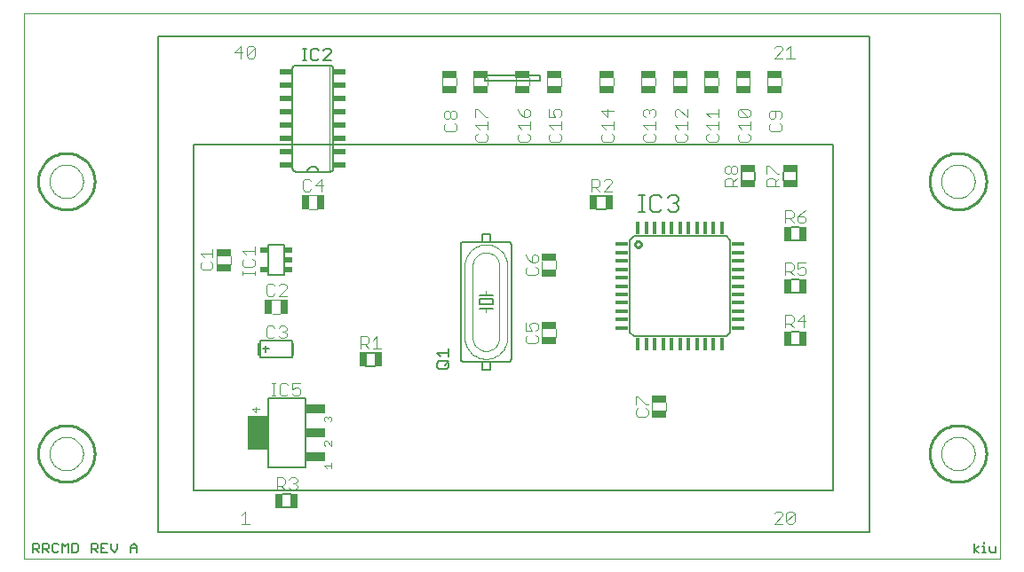
<source format=gto>
G75*
G70*
%OFA0B0*%
%FSLAX24Y24*%
%IPPOS*%
%LPD*%
%AMOC8*
5,1,8,0,0,1.08239X$1,22.5*
%
%ADD10C,0.0000*%
%ADD11C,0.0060*%
%ADD12C,0.0100*%
%ADD13R,0.0256X0.0551*%
%ADD14C,0.0040*%
%ADD15R,0.0571X0.0295*%
%ADD16R,0.0256X0.0197*%
%ADD17R,0.0295X0.0571*%
%ADD18C,0.0050*%
%ADD19C,0.0020*%
%ADD20R,0.0450X0.0200*%
%ADD21C,0.0080*%
%ADD22R,0.0730X0.1260*%
%ADD23R,0.0730X0.0340*%
%ADD24R,0.0453X0.0157*%
%ADD25R,0.0453X0.0157*%
%ADD26R,0.0453X0.0158*%
%ADD27R,0.0157X0.0453*%
%ADD28R,0.0157X0.0453*%
%ADD29R,0.0158X0.0453*%
%ADD30R,0.0551X0.0256*%
D10*
X000377Y000377D02*
X036991Y000377D01*
X036991Y020849D01*
X000377Y020849D01*
X000377Y000377D01*
X001322Y004314D02*
X001324Y004364D01*
X001330Y004414D01*
X001340Y004463D01*
X001354Y004511D01*
X001371Y004558D01*
X001392Y004603D01*
X001417Y004647D01*
X001445Y004688D01*
X001477Y004727D01*
X001511Y004764D01*
X001548Y004798D01*
X001588Y004828D01*
X001630Y004855D01*
X001674Y004879D01*
X001720Y004900D01*
X001767Y004916D01*
X001815Y004929D01*
X001865Y004938D01*
X001914Y004943D01*
X001965Y004944D01*
X002015Y004941D01*
X002064Y004934D01*
X002113Y004923D01*
X002161Y004908D01*
X002207Y004890D01*
X002252Y004868D01*
X002295Y004842D01*
X002336Y004813D01*
X002375Y004781D01*
X002411Y004746D01*
X002443Y004708D01*
X002473Y004668D01*
X002500Y004625D01*
X002523Y004581D01*
X002542Y004535D01*
X002558Y004487D01*
X002570Y004438D01*
X002578Y004389D01*
X002582Y004339D01*
X002582Y004289D01*
X002578Y004239D01*
X002570Y004190D01*
X002558Y004141D01*
X002542Y004093D01*
X002523Y004047D01*
X002500Y004003D01*
X002473Y003960D01*
X002443Y003920D01*
X002411Y003882D01*
X002375Y003847D01*
X002336Y003815D01*
X002295Y003786D01*
X002252Y003760D01*
X002207Y003738D01*
X002161Y003720D01*
X002113Y003705D01*
X002064Y003694D01*
X002015Y003687D01*
X001965Y003684D01*
X001914Y003685D01*
X001865Y003690D01*
X001815Y003699D01*
X001767Y003712D01*
X001720Y003728D01*
X001674Y003749D01*
X001630Y003773D01*
X001588Y003800D01*
X001548Y003830D01*
X001511Y003864D01*
X001477Y003901D01*
X001445Y003940D01*
X001417Y003981D01*
X001392Y004025D01*
X001371Y004070D01*
X001354Y004117D01*
X001340Y004165D01*
X001330Y004214D01*
X001324Y004264D01*
X001322Y004314D01*
X001322Y014550D02*
X001324Y014600D01*
X001330Y014650D01*
X001340Y014699D01*
X001354Y014747D01*
X001371Y014794D01*
X001392Y014839D01*
X001417Y014883D01*
X001445Y014924D01*
X001477Y014963D01*
X001511Y015000D01*
X001548Y015034D01*
X001588Y015064D01*
X001630Y015091D01*
X001674Y015115D01*
X001720Y015136D01*
X001767Y015152D01*
X001815Y015165D01*
X001865Y015174D01*
X001914Y015179D01*
X001965Y015180D01*
X002015Y015177D01*
X002064Y015170D01*
X002113Y015159D01*
X002161Y015144D01*
X002207Y015126D01*
X002252Y015104D01*
X002295Y015078D01*
X002336Y015049D01*
X002375Y015017D01*
X002411Y014982D01*
X002443Y014944D01*
X002473Y014904D01*
X002500Y014861D01*
X002523Y014817D01*
X002542Y014771D01*
X002558Y014723D01*
X002570Y014674D01*
X002578Y014625D01*
X002582Y014575D01*
X002582Y014525D01*
X002578Y014475D01*
X002570Y014426D01*
X002558Y014377D01*
X002542Y014329D01*
X002523Y014283D01*
X002500Y014239D01*
X002473Y014196D01*
X002443Y014156D01*
X002411Y014118D01*
X002375Y014083D01*
X002336Y014051D01*
X002295Y014022D01*
X002252Y013996D01*
X002207Y013974D01*
X002161Y013956D01*
X002113Y013941D01*
X002064Y013930D01*
X002015Y013923D01*
X001965Y013920D01*
X001914Y013921D01*
X001865Y013926D01*
X001815Y013935D01*
X001767Y013948D01*
X001720Y013964D01*
X001674Y013985D01*
X001630Y014009D01*
X001588Y014036D01*
X001548Y014066D01*
X001511Y014100D01*
X001477Y014137D01*
X001445Y014176D01*
X001417Y014217D01*
X001392Y014261D01*
X001371Y014306D01*
X001354Y014353D01*
X001340Y014401D01*
X001330Y014450D01*
X001324Y014500D01*
X001322Y014550D01*
X034786Y014550D02*
X034788Y014600D01*
X034794Y014650D01*
X034804Y014699D01*
X034818Y014747D01*
X034835Y014794D01*
X034856Y014839D01*
X034881Y014883D01*
X034909Y014924D01*
X034941Y014963D01*
X034975Y015000D01*
X035012Y015034D01*
X035052Y015064D01*
X035094Y015091D01*
X035138Y015115D01*
X035184Y015136D01*
X035231Y015152D01*
X035279Y015165D01*
X035329Y015174D01*
X035378Y015179D01*
X035429Y015180D01*
X035479Y015177D01*
X035528Y015170D01*
X035577Y015159D01*
X035625Y015144D01*
X035671Y015126D01*
X035716Y015104D01*
X035759Y015078D01*
X035800Y015049D01*
X035839Y015017D01*
X035875Y014982D01*
X035907Y014944D01*
X035937Y014904D01*
X035964Y014861D01*
X035987Y014817D01*
X036006Y014771D01*
X036022Y014723D01*
X036034Y014674D01*
X036042Y014625D01*
X036046Y014575D01*
X036046Y014525D01*
X036042Y014475D01*
X036034Y014426D01*
X036022Y014377D01*
X036006Y014329D01*
X035987Y014283D01*
X035964Y014239D01*
X035937Y014196D01*
X035907Y014156D01*
X035875Y014118D01*
X035839Y014083D01*
X035800Y014051D01*
X035759Y014022D01*
X035716Y013996D01*
X035671Y013974D01*
X035625Y013956D01*
X035577Y013941D01*
X035528Y013930D01*
X035479Y013923D01*
X035429Y013920D01*
X035378Y013921D01*
X035329Y013926D01*
X035279Y013935D01*
X035231Y013948D01*
X035184Y013964D01*
X035138Y013985D01*
X035094Y014009D01*
X035052Y014036D01*
X035012Y014066D01*
X034975Y014100D01*
X034941Y014137D01*
X034909Y014176D01*
X034881Y014217D01*
X034856Y014261D01*
X034835Y014306D01*
X034818Y014353D01*
X034804Y014401D01*
X034794Y014450D01*
X034788Y014500D01*
X034786Y014550D01*
X034786Y004314D02*
X034788Y004364D01*
X034794Y004414D01*
X034804Y004463D01*
X034818Y004511D01*
X034835Y004558D01*
X034856Y004603D01*
X034881Y004647D01*
X034909Y004688D01*
X034941Y004727D01*
X034975Y004764D01*
X035012Y004798D01*
X035052Y004828D01*
X035094Y004855D01*
X035138Y004879D01*
X035184Y004900D01*
X035231Y004916D01*
X035279Y004929D01*
X035329Y004938D01*
X035378Y004943D01*
X035429Y004944D01*
X035479Y004941D01*
X035528Y004934D01*
X035577Y004923D01*
X035625Y004908D01*
X035671Y004890D01*
X035716Y004868D01*
X035759Y004842D01*
X035800Y004813D01*
X035839Y004781D01*
X035875Y004746D01*
X035907Y004708D01*
X035937Y004668D01*
X035964Y004625D01*
X035987Y004581D01*
X036006Y004535D01*
X036022Y004487D01*
X036034Y004438D01*
X036042Y004389D01*
X036046Y004339D01*
X036046Y004289D01*
X036042Y004239D01*
X036034Y004190D01*
X036022Y004141D01*
X036006Y004093D01*
X035987Y004047D01*
X035964Y004003D01*
X035937Y003960D01*
X035907Y003920D01*
X035875Y003882D01*
X035839Y003847D01*
X035800Y003815D01*
X035759Y003786D01*
X035716Y003760D01*
X035671Y003738D01*
X035625Y003720D01*
X035577Y003705D01*
X035528Y003694D01*
X035479Y003687D01*
X035429Y003684D01*
X035378Y003685D01*
X035329Y003690D01*
X035279Y003699D01*
X035231Y003712D01*
X035184Y003728D01*
X035138Y003749D01*
X035094Y003773D01*
X035052Y003800D01*
X035012Y003830D01*
X034975Y003864D01*
X034941Y003901D01*
X034909Y003940D01*
X034881Y003981D01*
X034856Y004025D01*
X034835Y004070D01*
X034818Y004117D01*
X034804Y004165D01*
X034794Y004214D01*
X034788Y004264D01*
X034786Y004314D01*
D11*
X036037Y000938D02*
X036037Y000597D01*
X036037Y000711D02*
X036207Y000597D01*
X036344Y000597D02*
X036457Y000597D01*
X036400Y000597D02*
X036400Y000824D01*
X036344Y000824D01*
X036400Y000938D02*
X036400Y000994D01*
X036589Y000824D02*
X036589Y000654D01*
X036646Y000597D01*
X036816Y000597D01*
X036816Y000824D01*
X036207Y000824D02*
X036037Y000711D01*
X029475Y008395D02*
X029152Y008395D01*
X029152Y008895D02*
X029475Y008895D01*
X029475Y010363D02*
X029152Y010363D01*
X029152Y010863D02*
X029475Y010863D01*
X029475Y012332D02*
X029152Y012332D01*
X029152Y012832D02*
X029475Y012832D01*
X029367Y014586D02*
X029367Y014908D01*
X028867Y014908D02*
X028867Y014586D01*
X027792Y014586D02*
X027792Y014908D01*
X027292Y014908D02*
X027292Y014586D01*
X024940Y013933D02*
X024940Y013826D01*
X024833Y013719D01*
X024940Y013612D01*
X024940Y013506D01*
X024833Y013399D01*
X024619Y013399D01*
X024513Y013506D01*
X024295Y013506D02*
X024188Y013399D01*
X023975Y013399D01*
X023868Y013506D01*
X023868Y013933D01*
X023975Y014040D01*
X024188Y014040D01*
X024295Y013933D01*
X024513Y013933D02*
X024619Y014040D01*
X024833Y014040D01*
X024940Y013933D01*
X024833Y013719D02*
X024726Y013719D01*
X023652Y013399D02*
X023438Y013399D01*
X023545Y013399D02*
X023545Y014040D01*
X023438Y014040D02*
X023652Y014040D01*
X022192Y014013D02*
X021869Y014013D01*
X021869Y013513D02*
X022192Y013513D01*
X018650Y012173D02*
X018650Y007873D01*
X018648Y007856D01*
X018644Y007839D01*
X018637Y007823D01*
X018627Y007809D01*
X018614Y007796D01*
X018600Y007786D01*
X018584Y007779D01*
X018567Y007775D01*
X018550Y007773D01*
X018150Y007773D01*
X017850Y007773D01*
X017850Y007473D01*
X017550Y007473D01*
X017550Y007773D01*
X017250Y007773D01*
X016850Y007773D01*
X016833Y007775D01*
X016816Y007779D01*
X016800Y007786D01*
X016786Y007796D01*
X016773Y007809D01*
X016763Y007823D01*
X016756Y007839D01*
X016752Y007856D01*
X016750Y007873D01*
X016750Y012173D01*
X016752Y012190D01*
X016756Y012207D01*
X016763Y012223D01*
X016773Y012237D01*
X016786Y012250D01*
X016800Y012260D01*
X016816Y012267D01*
X016833Y012271D01*
X016850Y012273D01*
X017250Y012273D01*
X018150Y012273D01*
X018550Y012273D01*
X018567Y012271D01*
X018584Y012267D01*
X018600Y012260D01*
X018614Y012250D01*
X018627Y012237D01*
X018637Y012223D01*
X018644Y012207D01*
X018648Y012190D01*
X018650Y012173D01*
X017850Y012273D02*
X017850Y012573D01*
X017550Y012573D01*
X017550Y012273D01*
X017450Y010273D02*
X017700Y010273D01*
X017950Y010273D01*
X017950Y010123D02*
X017450Y010123D01*
X017450Y009923D01*
X017950Y009923D01*
X017950Y010123D01*
X017950Y009773D02*
X017700Y009773D01*
X017450Y009773D01*
X017550Y007773D02*
X017850Y007773D01*
X013530Y007607D02*
X013208Y007607D01*
X013208Y008107D02*
X013530Y008107D01*
X010476Y008031D02*
X010476Y008471D01*
X009176Y008471D02*
X009176Y008031D01*
X009517Y011037D02*
X009517Y011074D01*
X009517Y011037D02*
X009517Y012157D01*
X009517Y012120D01*
X009517Y012157D02*
X010135Y012157D01*
X010135Y012120D01*
X010135Y012157D02*
X010135Y011037D01*
X010135Y011074D01*
X010135Y011037D02*
X009517Y011037D01*
X009517Y011392D02*
X009517Y011803D01*
X010135Y011803D02*
X010135Y011766D01*
X010135Y011429D02*
X010135Y011392D01*
X010584Y014912D02*
X011004Y014912D01*
X011404Y014912D01*
X011824Y014912D01*
X011847Y014914D01*
X011870Y014919D01*
X011892Y014928D01*
X011912Y014941D01*
X011930Y014956D01*
X011945Y014974D01*
X011958Y014994D01*
X011967Y015016D01*
X011972Y015039D01*
X011974Y015062D01*
X011974Y018762D01*
X011972Y018785D01*
X011967Y018808D01*
X011958Y018830D01*
X011945Y018850D01*
X011930Y018868D01*
X011912Y018883D01*
X011892Y018896D01*
X011870Y018905D01*
X011847Y018910D01*
X011824Y018912D01*
X010584Y018912D01*
X010561Y018910D01*
X010538Y018905D01*
X010516Y018896D01*
X010496Y018883D01*
X010478Y018868D01*
X010463Y018850D01*
X010450Y018830D01*
X010441Y018808D01*
X010436Y018785D01*
X010434Y018762D01*
X010434Y015062D01*
X010436Y015039D01*
X010441Y015016D01*
X010450Y014994D01*
X010463Y014974D01*
X010478Y014956D01*
X010496Y014941D01*
X010516Y014928D01*
X010538Y014919D01*
X010561Y014914D01*
X010584Y014912D01*
X011004Y014912D02*
X011006Y014939D01*
X011011Y014966D01*
X011021Y014992D01*
X011033Y015016D01*
X011049Y015038D01*
X011067Y015058D01*
X011089Y015075D01*
X011112Y015090D01*
X011137Y015100D01*
X011163Y015108D01*
X011190Y015112D01*
X011218Y015112D01*
X011245Y015108D01*
X011271Y015100D01*
X011296Y015090D01*
X011319Y015075D01*
X011341Y015058D01*
X011359Y015038D01*
X011375Y015016D01*
X011387Y014992D01*
X011397Y014966D01*
X011402Y014939D01*
X011404Y014912D01*
X010381Y002792D02*
X010058Y002792D01*
X010058Y002292D02*
X010381Y002292D01*
X004596Y000831D02*
X004596Y000604D01*
X004596Y000774D02*
X004369Y000774D01*
X004369Y000831D02*
X004483Y000944D01*
X004596Y000831D01*
X004369Y000831D02*
X004369Y000604D01*
X003859Y000717D02*
X003859Y000944D01*
X003633Y000944D02*
X003633Y000717D01*
X003746Y000604D01*
X003859Y000717D01*
X003491Y000604D02*
X003264Y000604D01*
X003264Y000944D01*
X003491Y000944D01*
X003378Y000774D02*
X003264Y000774D01*
X003123Y000774D02*
X003066Y000717D01*
X002896Y000717D01*
X002896Y000604D02*
X002896Y000944D01*
X003066Y000944D01*
X003123Y000887D01*
X003123Y000774D01*
X003009Y000717D02*
X003123Y000604D01*
X002386Y000660D02*
X002386Y000887D01*
X002330Y000944D01*
X002159Y000944D01*
X002159Y000604D01*
X002330Y000604D01*
X002386Y000660D01*
X002018Y000604D02*
X002018Y000944D01*
X001904Y000831D01*
X001791Y000944D01*
X001791Y000604D01*
X001650Y000660D02*
X001593Y000604D01*
X001479Y000604D01*
X001423Y000660D01*
X001423Y000887D01*
X001479Y000944D01*
X001593Y000944D01*
X001650Y000887D01*
X001281Y000887D02*
X001281Y000774D01*
X001225Y000717D01*
X001054Y000717D01*
X001054Y000604D02*
X001054Y000944D01*
X001225Y000944D01*
X001281Y000887D01*
X001168Y000717D02*
X001281Y000604D01*
X000913Y000604D02*
X000800Y000717D01*
X000856Y000717D02*
X000686Y000717D01*
X000686Y000604D02*
X000686Y000944D01*
X000856Y000944D01*
X000913Y000887D01*
X000913Y000774D01*
X000856Y000717D01*
D12*
X000889Y004314D02*
X000891Y004379D01*
X000897Y004443D01*
X000907Y004507D01*
X000920Y004571D01*
X000938Y004633D01*
X000959Y004694D01*
X000984Y004754D01*
X001013Y004812D01*
X001045Y004869D01*
X001081Y004923D01*
X001119Y004975D01*
X001161Y005024D01*
X001206Y005071D01*
X001254Y005115D01*
X001304Y005157D01*
X001356Y005194D01*
X001411Y005229D01*
X001468Y005260D01*
X001527Y005288D01*
X001587Y005312D01*
X001648Y005333D01*
X001711Y005349D01*
X001775Y005362D01*
X001839Y005371D01*
X001903Y005376D01*
X001968Y005377D01*
X002033Y005374D01*
X002097Y005367D01*
X002161Y005356D01*
X002225Y005341D01*
X002287Y005323D01*
X002348Y005301D01*
X002407Y005275D01*
X002465Y005245D01*
X002520Y005212D01*
X002574Y005176D01*
X002626Y005136D01*
X002674Y005094D01*
X002721Y005048D01*
X002764Y005000D01*
X002804Y004949D01*
X002841Y004896D01*
X002875Y004841D01*
X002906Y004784D01*
X002933Y004725D01*
X002956Y004664D01*
X002975Y004602D01*
X002991Y004539D01*
X003003Y004475D01*
X003011Y004411D01*
X003015Y004346D01*
X003015Y004282D01*
X003011Y004217D01*
X003003Y004153D01*
X002991Y004089D01*
X002975Y004026D01*
X002956Y003964D01*
X002933Y003903D01*
X002906Y003844D01*
X002875Y003787D01*
X002841Y003732D01*
X002804Y003679D01*
X002764Y003628D01*
X002721Y003580D01*
X002674Y003534D01*
X002626Y003492D01*
X002574Y003452D01*
X002520Y003416D01*
X002465Y003383D01*
X002407Y003353D01*
X002348Y003327D01*
X002287Y003305D01*
X002225Y003287D01*
X002161Y003272D01*
X002097Y003261D01*
X002033Y003254D01*
X001968Y003251D01*
X001903Y003252D01*
X001839Y003257D01*
X001775Y003266D01*
X001711Y003279D01*
X001648Y003295D01*
X001587Y003316D01*
X001527Y003340D01*
X001468Y003368D01*
X001411Y003399D01*
X001356Y003434D01*
X001304Y003471D01*
X001254Y003513D01*
X001206Y003557D01*
X001161Y003604D01*
X001119Y003653D01*
X001081Y003705D01*
X001045Y003759D01*
X001013Y003816D01*
X000984Y003874D01*
X000959Y003934D01*
X000938Y003995D01*
X000920Y004057D01*
X000907Y004121D01*
X000897Y004185D01*
X000891Y004249D01*
X000889Y004314D01*
X000889Y014550D02*
X000891Y014615D01*
X000897Y014679D01*
X000907Y014743D01*
X000920Y014807D01*
X000938Y014869D01*
X000959Y014930D01*
X000984Y014990D01*
X001013Y015048D01*
X001045Y015105D01*
X001081Y015159D01*
X001119Y015211D01*
X001161Y015260D01*
X001206Y015307D01*
X001254Y015351D01*
X001304Y015393D01*
X001356Y015430D01*
X001411Y015465D01*
X001468Y015496D01*
X001527Y015524D01*
X001587Y015548D01*
X001648Y015569D01*
X001711Y015585D01*
X001775Y015598D01*
X001839Y015607D01*
X001903Y015612D01*
X001968Y015613D01*
X002033Y015610D01*
X002097Y015603D01*
X002161Y015592D01*
X002225Y015577D01*
X002287Y015559D01*
X002348Y015537D01*
X002407Y015511D01*
X002465Y015481D01*
X002520Y015448D01*
X002574Y015412D01*
X002626Y015372D01*
X002674Y015330D01*
X002721Y015284D01*
X002764Y015236D01*
X002804Y015185D01*
X002841Y015132D01*
X002875Y015077D01*
X002906Y015020D01*
X002933Y014961D01*
X002956Y014900D01*
X002975Y014838D01*
X002991Y014775D01*
X003003Y014711D01*
X003011Y014647D01*
X003015Y014582D01*
X003015Y014518D01*
X003011Y014453D01*
X003003Y014389D01*
X002991Y014325D01*
X002975Y014262D01*
X002956Y014200D01*
X002933Y014139D01*
X002906Y014080D01*
X002875Y014023D01*
X002841Y013968D01*
X002804Y013915D01*
X002764Y013864D01*
X002721Y013816D01*
X002674Y013770D01*
X002626Y013728D01*
X002574Y013688D01*
X002520Y013652D01*
X002465Y013619D01*
X002407Y013589D01*
X002348Y013563D01*
X002287Y013541D01*
X002225Y013523D01*
X002161Y013508D01*
X002097Y013497D01*
X002033Y013490D01*
X001968Y013487D01*
X001903Y013488D01*
X001839Y013493D01*
X001775Y013502D01*
X001711Y013515D01*
X001648Y013531D01*
X001587Y013552D01*
X001527Y013576D01*
X001468Y013604D01*
X001411Y013635D01*
X001356Y013670D01*
X001304Y013707D01*
X001254Y013749D01*
X001206Y013793D01*
X001161Y013840D01*
X001119Y013889D01*
X001081Y013941D01*
X001045Y013995D01*
X001013Y014052D01*
X000984Y014110D01*
X000959Y014170D01*
X000938Y014231D01*
X000920Y014293D01*
X000907Y014357D01*
X000897Y014421D01*
X000891Y014485D01*
X000889Y014550D01*
X023297Y012188D02*
X023299Y012208D01*
X023304Y012228D01*
X023314Y012246D01*
X023326Y012263D01*
X023341Y012277D01*
X023359Y012287D01*
X023378Y012295D01*
X023398Y012299D01*
X023418Y012299D01*
X023438Y012295D01*
X023457Y012287D01*
X023475Y012277D01*
X023490Y012263D01*
X023502Y012246D01*
X023512Y012228D01*
X023517Y012208D01*
X023519Y012188D01*
X023517Y012168D01*
X023512Y012148D01*
X023502Y012130D01*
X023490Y012113D01*
X023475Y012099D01*
X023457Y012089D01*
X023438Y012081D01*
X023418Y012077D01*
X023398Y012077D01*
X023378Y012081D01*
X023359Y012089D01*
X023341Y012099D01*
X023326Y012113D01*
X023314Y012130D01*
X023304Y012148D01*
X023299Y012168D01*
X023297Y012188D01*
X034353Y014550D02*
X034355Y014615D01*
X034361Y014679D01*
X034371Y014743D01*
X034384Y014807D01*
X034402Y014869D01*
X034423Y014930D01*
X034448Y014990D01*
X034477Y015048D01*
X034509Y015105D01*
X034545Y015159D01*
X034583Y015211D01*
X034625Y015260D01*
X034670Y015307D01*
X034718Y015351D01*
X034768Y015393D01*
X034820Y015430D01*
X034875Y015465D01*
X034932Y015496D01*
X034991Y015524D01*
X035051Y015548D01*
X035112Y015569D01*
X035175Y015585D01*
X035239Y015598D01*
X035303Y015607D01*
X035367Y015612D01*
X035432Y015613D01*
X035497Y015610D01*
X035561Y015603D01*
X035625Y015592D01*
X035689Y015577D01*
X035751Y015559D01*
X035812Y015537D01*
X035871Y015511D01*
X035929Y015481D01*
X035984Y015448D01*
X036038Y015412D01*
X036090Y015372D01*
X036138Y015330D01*
X036185Y015284D01*
X036228Y015236D01*
X036268Y015185D01*
X036305Y015132D01*
X036339Y015077D01*
X036370Y015020D01*
X036397Y014961D01*
X036420Y014900D01*
X036439Y014838D01*
X036455Y014775D01*
X036467Y014711D01*
X036475Y014647D01*
X036479Y014582D01*
X036479Y014518D01*
X036475Y014453D01*
X036467Y014389D01*
X036455Y014325D01*
X036439Y014262D01*
X036420Y014200D01*
X036397Y014139D01*
X036370Y014080D01*
X036339Y014023D01*
X036305Y013968D01*
X036268Y013915D01*
X036228Y013864D01*
X036185Y013816D01*
X036138Y013770D01*
X036090Y013728D01*
X036038Y013688D01*
X035984Y013652D01*
X035929Y013619D01*
X035871Y013589D01*
X035812Y013563D01*
X035751Y013541D01*
X035689Y013523D01*
X035625Y013508D01*
X035561Y013497D01*
X035497Y013490D01*
X035432Y013487D01*
X035367Y013488D01*
X035303Y013493D01*
X035239Y013502D01*
X035175Y013515D01*
X035112Y013531D01*
X035051Y013552D01*
X034991Y013576D01*
X034932Y013604D01*
X034875Y013635D01*
X034820Y013670D01*
X034768Y013707D01*
X034718Y013749D01*
X034670Y013793D01*
X034625Y013840D01*
X034583Y013889D01*
X034545Y013941D01*
X034509Y013995D01*
X034477Y014052D01*
X034448Y014110D01*
X034423Y014170D01*
X034402Y014231D01*
X034384Y014293D01*
X034371Y014357D01*
X034361Y014421D01*
X034355Y014485D01*
X034353Y014550D01*
X034353Y004314D02*
X034355Y004379D01*
X034361Y004443D01*
X034371Y004507D01*
X034384Y004571D01*
X034402Y004633D01*
X034423Y004694D01*
X034448Y004754D01*
X034477Y004812D01*
X034509Y004869D01*
X034545Y004923D01*
X034583Y004975D01*
X034625Y005024D01*
X034670Y005071D01*
X034718Y005115D01*
X034768Y005157D01*
X034820Y005194D01*
X034875Y005229D01*
X034932Y005260D01*
X034991Y005288D01*
X035051Y005312D01*
X035112Y005333D01*
X035175Y005349D01*
X035239Y005362D01*
X035303Y005371D01*
X035367Y005376D01*
X035432Y005377D01*
X035497Y005374D01*
X035561Y005367D01*
X035625Y005356D01*
X035689Y005341D01*
X035751Y005323D01*
X035812Y005301D01*
X035871Y005275D01*
X035929Y005245D01*
X035984Y005212D01*
X036038Y005176D01*
X036090Y005136D01*
X036138Y005094D01*
X036185Y005048D01*
X036228Y005000D01*
X036268Y004949D01*
X036305Y004896D01*
X036339Y004841D01*
X036370Y004784D01*
X036397Y004725D01*
X036420Y004664D01*
X036439Y004602D01*
X036455Y004539D01*
X036467Y004475D01*
X036475Y004411D01*
X036479Y004346D01*
X036479Y004282D01*
X036475Y004217D01*
X036467Y004153D01*
X036455Y004089D01*
X036439Y004026D01*
X036420Y003964D01*
X036397Y003903D01*
X036370Y003844D01*
X036339Y003787D01*
X036305Y003732D01*
X036268Y003679D01*
X036228Y003628D01*
X036185Y003580D01*
X036138Y003534D01*
X036090Y003492D01*
X036038Y003452D01*
X035984Y003416D01*
X035929Y003383D01*
X035871Y003353D01*
X035812Y003327D01*
X035751Y003305D01*
X035689Y003287D01*
X035625Y003272D01*
X035561Y003261D01*
X035497Y003254D01*
X035432Y003251D01*
X035367Y003252D01*
X035303Y003257D01*
X035239Y003266D01*
X035175Y003279D01*
X035112Y003295D01*
X035051Y003316D01*
X034991Y003340D01*
X034932Y003368D01*
X034875Y003399D01*
X034820Y003434D01*
X034768Y003471D01*
X034718Y003513D01*
X034670Y003557D01*
X034625Y003604D01*
X034583Y003653D01*
X034545Y003705D01*
X034509Y003759D01*
X034477Y003816D01*
X034448Y003874D01*
X034423Y003934D01*
X034402Y003995D01*
X034384Y004057D01*
X034371Y004121D01*
X034361Y004185D01*
X034355Y004249D01*
X034353Y004314D01*
D13*
X029606Y008644D03*
X029026Y008644D03*
X029026Y010612D03*
X029606Y010612D03*
X029606Y012581D03*
X029026Y012581D03*
X022318Y013763D03*
X021738Y013763D03*
X013661Y007857D03*
X013081Y007857D03*
X010511Y002542D03*
X009931Y002542D03*
D14*
X009846Y002956D02*
X009846Y003416D01*
X010076Y003416D01*
X010153Y003340D01*
X010153Y003186D01*
X010076Y003109D01*
X009846Y003109D01*
X009999Y003109D02*
X010153Y002956D01*
X010306Y003033D02*
X010383Y002956D01*
X010536Y002956D01*
X010613Y003033D01*
X010613Y003109D01*
X010536Y003186D01*
X010460Y003186D01*
X010536Y003186D02*
X010613Y003263D01*
X010613Y003340D01*
X010536Y003416D01*
X010383Y003416D01*
X010306Y003340D01*
X011619Y003855D02*
X011713Y003762D01*
X011619Y003855D02*
X011899Y003855D01*
X011899Y003762D02*
X011899Y003949D01*
X011903Y004613D02*
X011716Y004800D01*
X011670Y004800D01*
X011623Y004753D01*
X011623Y004660D01*
X011670Y004613D01*
X011903Y004613D02*
X011903Y004800D01*
X011853Y005523D02*
X011899Y005570D01*
X011899Y005663D01*
X011853Y005710D01*
X011806Y005710D01*
X011759Y005663D01*
X011759Y005617D01*
X011759Y005663D02*
X011713Y005710D01*
X011666Y005710D01*
X011619Y005663D01*
X011619Y005570D01*
X011666Y005523D01*
X010646Y006499D02*
X010493Y006499D01*
X010416Y006576D01*
X010263Y006576D02*
X010186Y006499D01*
X010032Y006499D01*
X009956Y006576D01*
X009956Y006883D01*
X010032Y006960D01*
X010186Y006960D01*
X010263Y006883D01*
X010416Y006960D02*
X010416Y006729D01*
X010570Y006806D01*
X010646Y006806D01*
X010723Y006729D01*
X010723Y006576D01*
X010646Y006499D01*
X010723Y006960D02*
X010416Y006960D01*
X009802Y006960D02*
X009649Y006960D01*
X009726Y006960D02*
X009726Y006499D01*
X009802Y006499D02*
X009649Y006499D01*
X009199Y006011D02*
X008919Y006011D01*
X009059Y005871D01*
X009059Y006058D01*
X012995Y008271D02*
X012995Y008731D01*
X013225Y008731D01*
X013302Y008655D01*
X013302Y008501D01*
X013225Y008424D01*
X012995Y008424D01*
X013149Y008424D02*
X013302Y008271D01*
X013456Y008271D02*
X013763Y008271D01*
X013609Y008271D02*
X013609Y008731D01*
X013456Y008578D01*
X010219Y008741D02*
X010143Y008665D01*
X009989Y008665D01*
X009912Y008741D01*
X009759Y008741D02*
X009682Y008665D01*
X009529Y008665D01*
X009452Y008741D01*
X009452Y009048D01*
X009529Y009125D01*
X009682Y009125D01*
X009759Y009048D01*
X009912Y009048D02*
X009989Y009125D01*
X010143Y009125D01*
X010219Y009048D01*
X010219Y008971D01*
X010143Y008895D01*
X010219Y008818D01*
X010219Y008741D01*
X010143Y008895D02*
X010066Y008895D01*
X009976Y009566D02*
X009686Y009566D01*
X009676Y010086D02*
X009976Y010086D01*
X009912Y010239D02*
X010219Y010546D01*
X010219Y010623D01*
X010143Y010700D01*
X009989Y010700D01*
X009912Y010623D01*
X009759Y010623D02*
X009682Y010700D01*
X009529Y010700D01*
X009452Y010623D01*
X009452Y010316D01*
X009529Y010239D01*
X009682Y010239D01*
X009759Y010316D01*
X009912Y010239D02*
X010219Y010239D01*
X009018Y011027D02*
X009018Y011180D01*
X009018Y011104D02*
X008558Y011104D01*
X008558Y011180D02*
X008558Y011027D01*
X008635Y011334D02*
X008558Y011410D01*
X008558Y011564D01*
X008635Y011641D01*
X008711Y011794D02*
X008558Y011948D01*
X009018Y011948D01*
X009018Y012101D02*
X009018Y011794D01*
X008942Y011641D02*
X009018Y011564D01*
X009018Y011410D01*
X008942Y011334D01*
X008635Y011334D01*
X008117Y011447D02*
X008117Y011747D01*
X007597Y011737D02*
X007597Y011447D01*
X007443Y011454D02*
X007367Y011531D01*
X007443Y011454D02*
X007443Y011300D01*
X007367Y011224D01*
X007060Y011224D01*
X006983Y011300D01*
X006983Y011454D01*
X007060Y011531D01*
X007137Y011684D02*
X006983Y011837D01*
X007443Y011837D01*
X007443Y011684D02*
X007443Y011991D01*
X011054Y013503D02*
X011354Y013503D01*
X011344Y014023D02*
X011054Y014023D01*
X011060Y014176D02*
X011137Y014253D01*
X011060Y014176D02*
X010907Y014176D01*
X010830Y014253D01*
X010830Y014560D01*
X010907Y014637D01*
X011060Y014637D01*
X011137Y014560D01*
X011290Y014407D02*
X011597Y014407D01*
X011521Y014637D02*
X011521Y014176D01*
X011290Y014407D02*
X011521Y014637D01*
X016129Y016509D02*
X016205Y016432D01*
X016512Y016432D01*
X016589Y016509D01*
X016589Y016662D01*
X016512Y016739D01*
X016512Y016893D02*
X016436Y016893D01*
X016359Y016969D01*
X016359Y017123D01*
X016436Y017200D01*
X016512Y017200D01*
X016589Y017123D01*
X016589Y016969D01*
X016512Y016893D01*
X016359Y016969D02*
X016282Y016893D01*
X016205Y016893D01*
X016129Y016969D01*
X016129Y017123D01*
X016205Y017200D01*
X016282Y017200D01*
X016359Y017123D01*
X016205Y016739D02*
X016129Y016662D01*
X016129Y016509D01*
X017310Y016652D02*
X017463Y016499D01*
X017387Y016346D02*
X017310Y016269D01*
X017310Y016115D01*
X017387Y016039D01*
X017694Y016039D01*
X017770Y016115D01*
X017770Y016269D01*
X017694Y016346D01*
X017770Y016499D02*
X017770Y016806D01*
X017770Y016959D02*
X017694Y016959D01*
X017387Y017266D01*
X017310Y017266D01*
X017310Y016959D01*
X017310Y016652D02*
X017770Y016652D01*
X018885Y016652D02*
X019038Y016499D01*
X018961Y016346D02*
X018885Y016269D01*
X018885Y016115D01*
X018961Y016039D01*
X019268Y016039D01*
X019345Y016115D01*
X019345Y016269D01*
X019268Y016346D01*
X019345Y016499D02*
X019345Y016806D01*
X019345Y016652D02*
X018885Y016652D01*
X019115Y016959D02*
X019115Y017190D01*
X019192Y017266D01*
X019268Y017266D01*
X019345Y017190D01*
X019345Y017036D01*
X019268Y016959D01*
X019115Y016959D01*
X018961Y017113D01*
X018885Y017266D01*
X020066Y017266D02*
X020066Y016959D01*
X020296Y016959D01*
X020219Y017113D01*
X020219Y017190D01*
X020296Y017266D01*
X020449Y017266D01*
X020526Y017190D01*
X020526Y017036D01*
X020449Y016959D01*
X020526Y016806D02*
X020526Y016499D01*
X020526Y016652D02*
X020066Y016652D01*
X020219Y016499D01*
X020142Y016346D02*
X020066Y016269D01*
X020066Y016115D01*
X020142Y016039D01*
X020449Y016039D01*
X020526Y016115D01*
X020526Y016269D01*
X020449Y016346D01*
X022034Y016269D02*
X022034Y016115D01*
X022111Y016039D01*
X022418Y016039D01*
X022495Y016115D01*
X022495Y016269D01*
X022418Y016346D01*
X022495Y016499D02*
X022495Y016806D01*
X022495Y016652D02*
X022034Y016652D01*
X022188Y016499D01*
X022111Y016346D02*
X022034Y016269D01*
X022264Y016959D02*
X022264Y017266D01*
X022034Y017190D02*
X022264Y016959D01*
X022034Y017190D02*
X022495Y017190D01*
X023609Y017190D02*
X023686Y017266D01*
X023763Y017266D01*
X023839Y017190D01*
X023916Y017266D01*
X023993Y017266D01*
X024069Y017190D01*
X024069Y017036D01*
X023993Y016959D01*
X024069Y016806D02*
X024069Y016499D01*
X024069Y016652D02*
X023609Y016652D01*
X023763Y016499D01*
X023686Y016346D02*
X023609Y016269D01*
X023609Y016115D01*
X023686Y016039D01*
X023993Y016039D01*
X024069Y016115D01*
X024069Y016269D01*
X023993Y016346D01*
X023686Y016959D02*
X023609Y017036D01*
X023609Y017190D01*
X023839Y017190D02*
X023839Y017113D01*
X024790Y017190D02*
X024790Y017036D01*
X024867Y016959D01*
X024790Y017190D02*
X024867Y017266D01*
X024944Y017266D01*
X025251Y016959D01*
X025251Y017266D01*
X025251Y016806D02*
X025251Y016499D01*
X025251Y016652D02*
X024790Y016652D01*
X024944Y016499D01*
X024867Y016346D02*
X024790Y016269D01*
X024790Y016115D01*
X024867Y016039D01*
X025174Y016039D01*
X025251Y016115D01*
X025251Y016269D01*
X025174Y016346D01*
X025971Y016269D02*
X025971Y016115D01*
X026048Y016039D01*
X026355Y016039D01*
X026432Y016115D01*
X026432Y016269D01*
X026355Y016346D01*
X026432Y016499D02*
X026432Y016806D01*
X026432Y016959D02*
X026432Y017266D01*
X026432Y017113D02*
X025971Y017113D01*
X026125Y016959D01*
X025971Y016652D02*
X026432Y016652D01*
X026125Y016499D02*
X025971Y016652D01*
X026048Y016346D02*
X025971Y016269D01*
X027152Y016269D02*
X027152Y016115D01*
X027229Y016039D01*
X027536Y016039D01*
X027613Y016115D01*
X027613Y016269D01*
X027536Y016346D01*
X027613Y016499D02*
X027613Y016806D01*
X027613Y016652D02*
X027152Y016652D01*
X027306Y016499D01*
X027229Y016346D02*
X027152Y016269D01*
X027229Y016959D02*
X027152Y017036D01*
X027152Y017190D01*
X027229Y017266D01*
X027536Y016959D01*
X027613Y017036D01*
X027613Y017190D01*
X027536Y017266D01*
X027229Y017266D01*
X027229Y016959D02*
X027536Y016959D01*
X028333Y016969D02*
X028410Y016893D01*
X028487Y016893D01*
X028564Y016969D01*
X028564Y017200D01*
X028717Y017200D02*
X028410Y017200D01*
X028333Y017123D01*
X028333Y016969D01*
X028410Y016739D02*
X028333Y016662D01*
X028333Y016509D01*
X028410Y016432D01*
X028717Y016432D01*
X028794Y016509D01*
X028794Y016662D01*
X028717Y016739D01*
X028717Y016893D02*
X028794Y016969D01*
X028794Y017123D01*
X028717Y017200D01*
X028786Y018150D02*
X028786Y018440D01*
X028267Y018440D02*
X028267Y018140D01*
X027605Y018150D02*
X027605Y018440D01*
X027086Y018440D02*
X027086Y018140D01*
X026424Y018150D02*
X026424Y018440D01*
X025904Y018440D02*
X025904Y018140D01*
X025243Y018150D02*
X025243Y018440D01*
X024723Y018440D02*
X024723Y018140D01*
X024062Y018150D02*
X024062Y018440D01*
X023542Y018440D02*
X023542Y018140D01*
X022487Y018150D02*
X022487Y018440D01*
X021967Y018440D02*
X021967Y018140D01*
X020519Y018140D02*
X020519Y018440D01*
X019999Y018430D02*
X019999Y018140D01*
X019337Y018150D02*
X019337Y018440D01*
X018818Y018440D02*
X018818Y018140D01*
X017763Y018150D02*
X017763Y018440D01*
X017243Y018440D02*
X017243Y018140D01*
X016582Y018150D02*
X016582Y018440D01*
X016062Y018440D02*
X016062Y018140D01*
X021657Y014637D02*
X021887Y014637D01*
X021964Y014560D01*
X021964Y014407D01*
X021887Y014330D01*
X021657Y014330D01*
X021810Y014330D02*
X021964Y014176D01*
X022117Y014176D02*
X022424Y014483D01*
X022424Y014560D01*
X022347Y014637D01*
X022194Y014637D01*
X022117Y014560D01*
X022117Y014176D02*
X022424Y014176D01*
X021657Y014176D02*
X021657Y014637D01*
X019571Y011794D02*
X019495Y011794D01*
X019418Y011717D01*
X019418Y011487D01*
X019571Y011487D01*
X019648Y011564D01*
X019648Y011717D01*
X019571Y011794D01*
X019265Y011641D02*
X019418Y011487D01*
X019571Y011334D02*
X019648Y011257D01*
X019648Y011104D01*
X019571Y011027D01*
X019265Y011027D01*
X019188Y011104D01*
X019188Y011257D01*
X019265Y011334D01*
X019265Y011641D02*
X019188Y011794D01*
X019802Y011541D02*
X019802Y011250D01*
X020322Y011250D02*
X020322Y011550D01*
X019571Y009235D02*
X019418Y009235D01*
X019341Y009158D01*
X019341Y009082D01*
X019418Y008928D01*
X019188Y008928D01*
X019188Y009235D01*
X019571Y009235D02*
X019648Y009158D01*
X019648Y009005D01*
X019571Y008928D01*
X019571Y008775D02*
X019648Y008698D01*
X019648Y008544D01*
X019571Y008468D01*
X019265Y008468D01*
X019188Y008544D01*
X019188Y008698D01*
X019265Y008775D01*
X019802Y008691D02*
X019802Y008991D01*
X020322Y008991D02*
X020322Y008701D01*
X023322Y006479D02*
X023398Y006479D01*
X023705Y006172D01*
X023782Y006172D01*
X023936Y006236D02*
X023936Y005936D01*
X023782Y005942D02*
X023705Y006019D01*
X023782Y005942D02*
X023782Y005789D01*
X023705Y005712D01*
X023398Y005712D01*
X023322Y005789D01*
X023322Y005942D01*
X023398Y006019D01*
X023322Y006172D02*
X023322Y006479D01*
X024456Y006236D02*
X024456Y005945D01*
X028940Y009058D02*
X028940Y009519D01*
X029170Y009519D01*
X029247Y009442D01*
X029247Y009288D01*
X029170Y009212D01*
X028940Y009212D01*
X029094Y009212D02*
X029247Y009058D01*
X029401Y009288D02*
X029707Y009288D01*
X029631Y009058D02*
X029631Y009519D01*
X029401Y009288D01*
X029477Y011027D02*
X029401Y011104D01*
X029477Y011027D02*
X029631Y011027D01*
X029707Y011104D01*
X029707Y011257D01*
X029631Y011334D01*
X029554Y011334D01*
X029401Y011257D01*
X029401Y011487D01*
X029707Y011487D01*
X029247Y011410D02*
X029247Y011257D01*
X029170Y011180D01*
X028940Y011180D01*
X028940Y011027D02*
X028940Y011487D01*
X029170Y011487D01*
X029247Y011410D01*
X029094Y011180D02*
X029247Y011027D01*
X029247Y012995D02*
X029094Y013149D01*
X029170Y013149D02*
X028940Y013149D01*
X028940Y012995D02*
X028940Y013456D01*
X029170Y013456D01*
X029247Y013379D01*
X029247Y013225D01*
X029170Y013149D01*
X029401Y013225D02*
X029401Y013072D01*
X029477Y012995D01*
X029631Y012995D01*
X029707Y013072D01*
X029707Y013149D01*
X029631Y013225D01*
X029401Y013225D01*
X029554Y013379D01*
X029707Y013456D01*
X028703Y014373D02*
X028243Y014373D01*
X028243Y014603D01*
X028320Y014680D01*
X028473Y014680D01*
X028550Y014603D01*
X028550Y014373D01*
X028550Y014527D02*
X028703Y014680D01*
X028703Y014834D02*
X028627Y014834D01*
X028320Y015141D01*
X028243Y015141D01*
X028243Y014834D01*
X027129Y014910D02*
X027052Y014834D01*
X026975Y014834D01*
X026898Y014910D01*
X026898Y015064D01*
X026975Y015141D01*
X027052Y015141D01*
X027129Y015064D01*
X027129Y014910D01*
X027129Y014680D02*
X026975Y014527D01*
X026975Y014603D02*
X026975Y014373D01*
X027129Y014373D02*
X026668Y014373D01*
X026668Y014603D01*
X026745Y014680D01*
X026898Y014680D01*
X026975Y014603D01*
X026822Y014834D02*
X026745Y014834D01*
X026668Y014910D01*
X026668Y015064D01*
X026745Y015141D01*
X026822Y015141D01*
X026898Y015064D01*
X026898Y014910D02*
X026822Y014834D01*
X028517Y019176D02*
X028824Y019483D01*
X028824Y019560D01*
X028747Y019637D01*
X028594Y019637D01*
X028517Y019560D01*
X028977Y019483D02*
X029131Y019637D01*
X029131Y019176D01*
X029284Y019176D02*
X028977Y019176D01*
X028824Y019176D02*
X028517Y019176D01*
X009034Y019253D02*
X008958Y019176D01*
X008804Y019176D01*
X008727Y019253D01*
X009034Y019560D01*
X009034Y019253D01*
X008727Y019253D02*
X008727Y019560D01*
X008804Y019637D01*
X008958Y019637D01*
X009034Y019560D01*
X008574Y019407D02*
X008267Y019407D01*
X008497Y019637D01*
X008497Y019176D01*
X008670Y002137D02*
X008670Y001676D01*
X008517Y001676D02*
X008824Y001676D01*
X008517Y001983D02*
X008670Y002137D01*
X028517Y002060D02*
X028594Y002137D01*
X028747Y002137D01*
X028824Y002060D01*
X028824Y001983D01*
X028517Y001676D01*
X028824Y001676D01*
X028977Y001753D02*
X029054Y001676D01*
X029208Y001676D01*
X029284Y001753D01*
X029284Y002060D01*
X028977Y001753D01*
X028977Y002060D01*
X029054Y002137D01*
X029208Y002137D01*
X029284Y002060D01*
D15*
X024195Y005803D03*
X024195Y006373D03*
X020061Y008559D03*
X020061Y009129D03*
X020062Y011113D03*
X020062Y011683D03*
X020259Y018003D03*
X020259Y018573D03*
X019077Y018578D03*
X019077Y018008D03*
X017502Y018008D03*
X017502Y018578D03*
X016321Y018578D03*
X016321Y018008D03*
X022227Y018008D03*
X022227Y018578D03*
X023802Y018578D03*
X023802Y018008D03*
X024983Y018008D03*
X024983Y018578D03*
X026164Y018578D03*
X026164Y018008D03*
X027345Y018008D03*
X027345Y018578D03*
X028526Y018578D03*
X028526Y018008D03*
X007858Y011880D03*
X007858Y011310D03*
D16*
X009363Y011223D03*
X010288Y011223D03*
X010288Y011597D03*
X010288Y011971D03*
X009363Y011971D03*
D17*
X010916Y013762D03*
X011486Y013762D03*
X010113Y009826D03*
X009543Y009826D03*
D18*
X015846Y008099D02*
X015996Y007949D01*
X015921Y007789D02*
X016222Y007789D01*
X016297Y007714D01*
X016297Y007564D01*
X016222Y007488D01*
X015921Y007488D01*
X015846Y007564D01*
X015846Y007714D01*
X015921Y007789D01*
X016147Y007639D02*
X016297Y007789D01*
X016297Y007949D02*
X016297Y008249D01*
X016297Y008099D02*
X015846Y008099D01*
X006727Y002928D02*
X006727Y015920D01*
X030743Y015920D01*
X030743Y002928D01*
X006727Y002928D01*
X005389Y001353D02*
X005389Y019983D01*
X032082Y019983D01*
X032082Y001353D01*
X005389Y001353D01*
X017672Y018330D02*
X017672Y018526D01*
X019719Y018526D01*
X019719Y018330D01*
X017672Y018330D01*
X011890Y019087D02*
X011590Y019087D01*
X011890Y019388D01*
X011890Y019463D01*
X011815Y019538D01*
X011665Y019538D01*
X011590Y019463D01*
X011430Y019463D02*
X011354Y019538D01*
X011204Y019538D01*
X011129Y019463D01*
X011129Y019162D01*
X011204Y019087D01*
X011354Y019087D01*
X011430Y019162D01*
X010972Y019087D02*
X010822Y019087D01*
X010897Y019087D02*
X010897Y019538D01*
X010822Y019538D02*
X010972Y019538D01*
D19*
X011834Y018912D02*
X011834Y014912D01*
X016900Y011373D02*
X016900Y008673D01*
X017200Y008673D02*
X017200Y011373D01*
X018150Y012033D02*
X018195Y012001D01*
X018237Y011965D01*
X018277Y011926D01*
X018314Y011885D01*
X018348Y011841D01*
X018379Y011794D01*
X018407Y011746D01*
X018431Y011696D01*
X018452Y011645D01*
X018469Y011592D01*
X018483Y011538D01*
X018492Y011483D01*
X018498Y011428D01*
X018500Y011372D01*
X018500Y011373D02*
X018500Y008673D01*
X018200Y008673D02*
X018200Y011373D01*
X018150Y012034D02*
X018102Y012064D01*
X018053Y012091D01*
X018002Y012114D01*
X017949Y012133D01*
X017895Y012149D01*
X017840Y012161D01*
X017784Y012169D01*
X017728Y012173D01*
X017672Y012173D01*
X017616Y012169D01*
X017560Y012161D01*
X017505Y012149D01*
X017451Y012133D01*
X017398Y012114D01*
X017347Y012091D01*
X017298Y012064D01*
X017250Y012034D01*
X017205Y012002D01*
X017163Y011966D01*
X017123Y011927D01*
X017086Y011885D01*
X017052Y011842D01*
X017021Y011795D01*
X016993Y011747D01*
X016969Y011697D01*
X016948Y011646D01*
X016931Y011593D01*
X016917Y011539D01*
X016908Y011484D01*
X016902Y011429D01*
X016900Y011373D01*
X017200Y011373D02*
X017201Y011411D01*
X017206Y011448D01*
X017213Y011485D01*
X017222Y011521D01*
X017235Y011557D01*
X017250Y011591D01*
X018150Y011591D02*
X018165Y011557D01*
X018178Y011521D01*
X018187Y011485D01*
X018194Y011448D01*
X018199Y011411D01*
X018200Y011373D01*
X018150Y011591D02*
X018130Y011629D01*
X018106Y011665D01*
X018079Y011699D01*
X018050Y011730D01*
X018018Y011759D01*
X017984Y011785D01*
X017947Y011808D01*
X017909Y011827D01*
X017869Y011844D01*
X017828Y011856D01*
X017786Y011866D01*
X017743Y011871D01*
X017700Y011873D01*
X017657Y011871D01*
X017614Y011866D01*
X017572Y011856D01*
X017531Y011844D01*
X017491Y011827D01*
X017453Y011808D01*
X017416Y011785D01*
X017382Y011759D01*
X017350Y011730D01*
X017321Y011699D01*
X017294Y011665D01*
X017270Y011629D01*
X017250Y011591D01*
X017700Y010423D02*
X017700Y010273D01*
X017700Y009773D02*
X017700Y009623D01*
X016900Y008673D02*
X016902Y008617D01*
X016908Y008562D01*
X016917Y008507D01*
X016931Y008453D01*
X016948Y008400D01*
X016969Y008349D01*
X016993Y008299D01*
X017021Y008251D01*
X017052Y008204D01*
X017086Y008160D01*
X017123Y008119D01*
X017163Y008080D01*
X017205Y008044D01*
X017250Y008012D01*
X018150Y008012D02*
X018195Y008044D01*
X018237Y008080D01*
X018277Y008119D01*
X018314Y008161D01*
X018348Y008204D01*
X018379Y008251D01*
X018407Y008299D01*
X018431Y008349D01*
X018452Y008400D01*
X018469Y008453D01*
X018483Y008507D01*
X018492Y008562D01*
X018498Y008617D01*
X018500Y008673D01*
X018150Y008012D02*
X018102Y007982D01*
X018053Y007955D01*
X018002Y007932D01*
X017949Y007913D01*
X017895Y007897D01*
X017840Y007885D01*
X017784Y007877D01*
X017728Y007873D01*
X017672Y007873D01*
X017616Y007877D01*
X017560Y007885D01*
X017505Y007897D01*
X017451Y007913D01*
X017398Y007932D01*
X017347Y007955D01*
X017298Y007982D01*
X017250Y008012D01*
X017250Y008455D02*
X017235Y008489D01*
X017222Y008525D01*
X017213Y008561D01*
X017206Y008598D01*
X017201Y008635D01*
X017200Y008673D01*
X018150Y008455D02*
X018165Y008489D01*
X018178Y008525D01*
X018187Y008561D01*
X018194Y008598D01*
X018199Y008635D01*
X018200Y008673D01*
X018150Y008455D02*
X018130Y008417D01*
X018106Y008381D01*
X018079Y008347D01*
X018050Y008316D01*
X018018Y008287D01*
X017984Y008261D01*
X017947Y008238D01*
X017909Y008219D01*
X017869Y008202D01*
X017828Y008190D01*
X017786Y008180D01*
X017743Y008175D01*
X017700Y008173D01*
X017657Y008175D01*
X017614Y008180D01*
X017572Y008190D01*
X017531Y008202D01*
X017491Y008219D01*
X017453Y008238D01*
X017416Y008261D01*
X017382Y008287D01*
X017350Y008316D01*
X017321Y008347D01*
X017294Y008381D01*
X017270Y008417D01*
X017250Y008455D01*
D20*
X012199Y015162D03*
X012199Y015662D03*
X012189Y016162D03*
X012199Y016662D03*
X012199Y017162D03*
X012199Y017662D03*
X012199Y018162D03*
X012199Y018662D03*
X010209Y018662D03*
X010209Y018162D03*
X010209Y017662D03*
X010209Y017162D03*
X010209Y016662D03*
X010209Y016162D03*
X010209Y015662D03*
X010209Y015162D03*
D21*
X010430Y008565D02*
X009221Y008565D01*
X009221Y007937D01*
X010430Y007937D01*
X010430Y008565D01*
X009550Y008251D02*
X009330Y008251D01*
X009444Y008353D02*
X009444Y008133D01*
X009519Y006391D02*
X009519Y003811D01*
X010919Y003811D01*
X010919Y006391D01*
X009519Y006391D01*
X023093Y008881D02*
X023093Y012345D01*
X023251Y012503D01*
X026715Y012503D01*
X026873Y012345D01*
X026873Y008881D01*
X026715Y008723D01*
X023251Y008723D01*
X023093Y008881D01*
D22*
X009144Y005101D03*
X009144Y005101D03*
D23*
X011294Y005101D03*
X011294Y005101D03*
X011294Y006011D03*
X011294Y006011D03*
X011294Y004191D03*
X011294Y004191D03*
D24*
X022808Y009038D03*
X022808Y010613D03*
X022808Y012188D03*
X027158Y012188D03*
X027158Y010613D03*
X027158Y009038D03*
D25*
X027158Y009353D03*
X027158Y009668D03*
X027158Y011558D03*
X027158Y011873D03*
X022808Y011873D03*
X022808Y011558D03*
X022808Y009668D03*
X022808Y009353D03*
D26*
X022808Y009983D03*
X022808Y010298D03*
X022808Y010928D03*
X022808Y011243D03*
X027158Y011243D03*
X027158Y010928D03*
X027158Y010298D03*
X027158Y009983D03*
D27*
X026558Y008438D03*
X024983Y008438D03*
X023408Y008438D03*
X023408Y012788D03*
X024983Y012788D03*
X026558Y012788D03*
D28*
X026243Y012788D03*
X025928Y012788D03*
X024038Y012788D03*
X023723Y012788D03*
X023723Y008438D03*
X024038Y008438D03*
X025928Y008438D03*
X026243Y008438D03*
D29*
X025613Y008438D03*
X025298Y008438D03*
X024668Y008438D03*
X024353Y008438D03*
X024353Y012788D03*
X024668Y012788D03*
X025298Y012788D03*
X025613Y012788D03*
D30*
X027543Y014459D03*
X027543Y015039D03*
X029118Y015039D03*
X029118Y014459D03*
M02*

</source>
